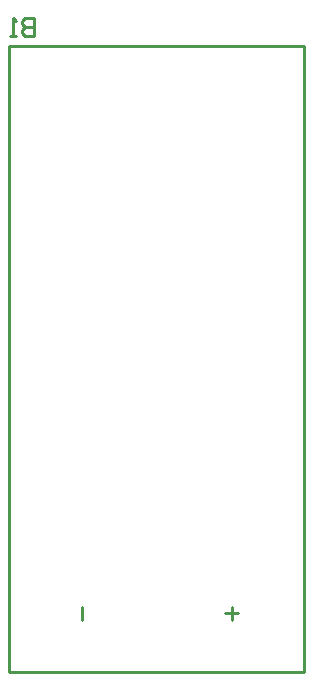
<source format=gbo>
G04*
G04 #@! TF.GenerationSoftware,Altium Limited,Altium Designer,20.2.3 (150)*
G04*
G04 Layer_Color=32896*
%FSLAX25Y25*%
%MOIN*%
G70*
G04*
G04 #@! TF.SameCoordinates,D19B94BB-EBBE-4459-9884-BF99FFBE0BA1*
G04*
G04*
G04 #@! TF.FilePolarity,Positive*
G04*
G01*
G75*
%ADD14C,0.01000*%
D14*
X455118Y121653D02*
Y125984D01*
X502953Y123819D02*
X507283D01*
X505118Y121653D02*
Y125984D01*
X430905Y104134D02*
X529331D01*
X430905D02*
Y312795D01*
X529331D01*
Y104134D02*
Y312795D01*
X439392Y322261D02*
Y316263D01*
X436393D01*
X435393Y317263D01*
Y318262D01*
X436393Y319262D01*
X439392D01*
X436393D01*
X435393Y320262D01*
Y321261D01*
X436393Y322261D01*
X439392D01*
X433394Y316263D02*
X431395D01*
X432394D01*
Y322261D01*
X433394Y321261D01*
M02*

</source>
